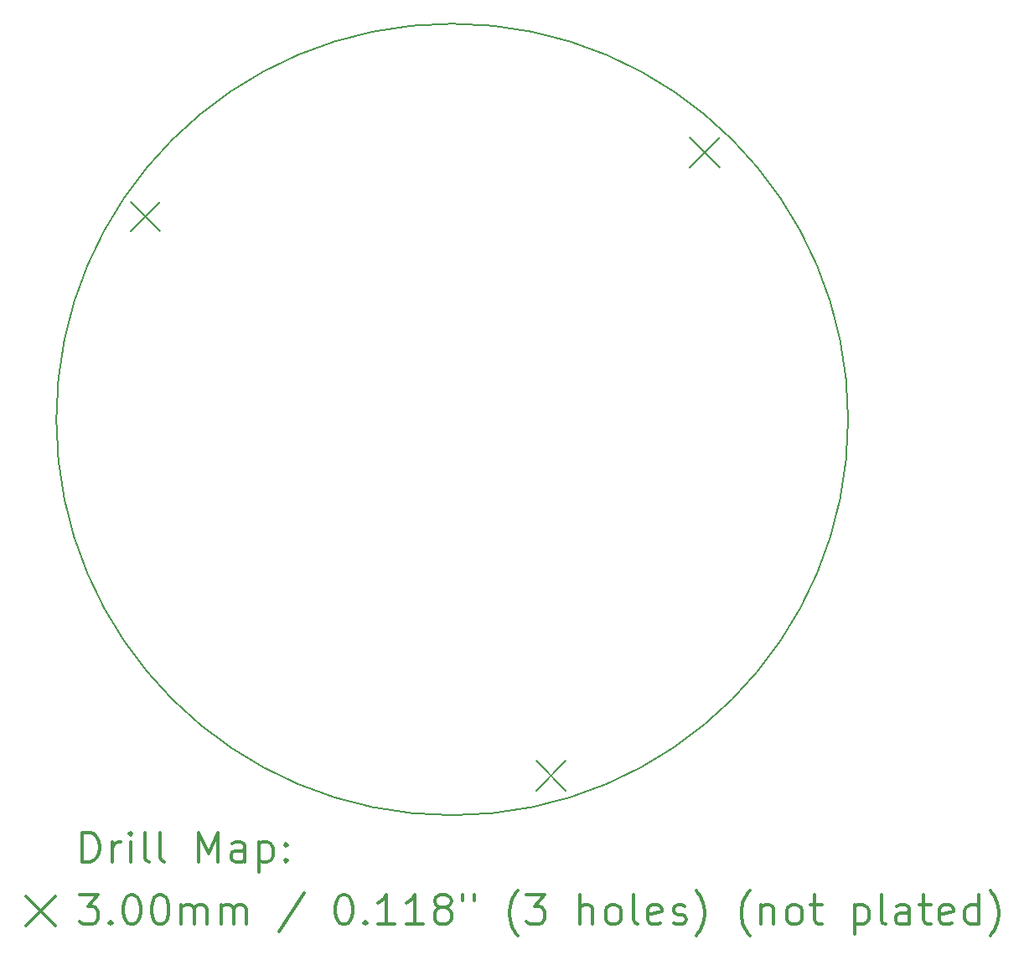
<source format=gbr>
%FSLAX45Y45*%
G04 Gerber Fmt 4.5, Leading zero omitted, Abs format (unit mm)*
G04 Created by KiCad (PCBNEW 4.0.7) date 06/12/18 23:46:07*
%MOMM*%
%LPD*%
G01*
G04 APERTURE LIST*
%ADD10C,0.127000*%
%ADD11C,0.150000*%
%ADD12C,0.200000*%
%ADD13C,0.300000*%
G04 APERTURE END LIST*
D10*
D11*
X19000000Y-10900000D02*
G75*
G03X19000000Y-10900000I-4000000J0D01*
G01*
D12*
X11750000Y-8700000D02*
X12050000Y-9000000D01*
X12050000Y-8700000D02*
X11750000Y-9000000D01*
X15850000Y-14350000D02*
X16150000Y-14650000D01*
X16150000Y-14350000D02*
X15850000Y-14650000D01*
X17400000Y-8050000D02*
X17700000Y-8350000D01*
X17700000Y-8050000D02*
X17400000Y-8350000D01*
D13*
X11263928Y-15373214D02*
X11263928Y-15073214D01*
X11335357Y-15073214D01*
X11378214Y-15087500D01*
X11406786Y-15116071D01*
X11421071Y-15144643D01*
X11435357Y-15201786D01*
X11435357Y-15244643D01*
X11421071Y-15301786D01*
X11406786Y-15330357D01*
X11378214Y-15358929D01*
X11335357Y-15373214D01*
X11263928Y-15373214D01*
X11563928Y-15373214D02*
X11563928Y-15173214D01*
X11563928Y-15230357D02*
X11578214Y-15201786D01*
X11592500Y-15187500D01*
X11621071Y-15173214D01*
X11649643Y-15173214D01*
X11749643Y-15373214D02*
X11749643Y-15173214D01*
X11749643Y-15073214D02*
X11735357Y-15087500D01*
X11749643Y-15101786D01*
X11763928Y-15087500D01*
X11749643Y-15073214D01*
X11749643Y-15101786D01*
X11935357Y-15373214D02*
X11906786Y-15358929D01*
X11892500Y-15330357D01*
X11892500Y-15073214D01*
X12092500Y-15373214D02*
X12063928Y-15358929D01*
X12049643Y-15330357D01*
X12049643Y-15073214D01*
X12435357Y-15373214D02*
X12435357Y-15073214D01*
X12535357Y-15287500D01*
X12635357Y-15073214D01*
X12635357Y-15373214D01*
X12906786Y-15373214D02*
X12906786Y-15216071D01*
X12892500Y-15187500D01*
X12863928Y-15173214D01*
X12806786Y-15173214D01*
X12778214Y-15187500D01*
X12906786Y-15358929D02*
X12878214Y-15373214D01*
X12806786Y-15373214D01*
X12778214Y-15358929D01*
X12763928Y-15330357D01*
X12763928Y-15301786D01*
X12778214Y-15273214D01*
X12806786Y-15258929D01*
X12878214Y-15258929D01*
X12906786Y-15244643D01*
X13049643Y-15173214D02*
X13049643Y-15473214D01*
X13049643Y-15187500D02*
X13078214Y-15173214D01*
X13135357Y-15173214D01*
X13163928Y-15187500D01*
X13178214Y-15201786D01*
X13192500Y-15230357D01*
X13192500Y-15316071D01*
X13178214Y-15344643D01*
X13163928Y-15358929D01*
X13135357Y-15373214D01*
X13078214Y-15373214D01*
X13049643Y-15358929D01*
X13321071Y-15344643D02*
X13335357Y-15358929D01*
X13321071Y-15373214D01*
X13306786Y-15358929D01*
X13321071Y-15344643D01*
X13321071Y-15373214D01*
X13321071Y-15187500D02*
X13335357Y-15201786D01*
X13321071Y-15216071D01*
X13306786Y-15201786D01*
X13321071Y-15187500D01*
X13321071Y-15216071D01*
X10692500Y-15717500D02*
X10992500Y-16017500D01*
X10992500Y-15717500D02*
X10692500Y-16017500D01*
X11235357Y-15703214D02*
X11421071Y-15703214D01*
X11321071Y-15817500D01*
X11363928Y-15817500D01*
X11392500Y-15831786D01*
X11406786Y-15846071D01*
X11421071Y-15874643D01*
X11421071Y-15946071D01*
X11406786Y-15974643D01*
X11392500Y-15988929D01*
X11363928Y-16003214D01*
X11278214Y-16003214D01*
X11249643Y-15988929D01*
X11235357Y-15974643D01*
X11549643Y-15974643D02*
X11563928Y-15988929D01*
X11549643Y-16003214D01*
X11535357Y-15988929D01*
X11549643Y-15974643D01*
X11549643Y-16003214D01*
X11749643Y-15703214D02*
X11778214Y-15703214D01*
X11806786Y-15717500D01*
X11821071Y-15731786D01*
X11835357Y-15760357D01*
X11849643Y-15817500D01*
X11849643Y-15888929D01*
X11835357Y-15946071D01*
X11821071Y-15974643D01*
X11806786Y-15988929D01*
X11778214Y-16003214D01*
X11749643Y-16003214D01*
X11721071Y-15988929D01*
X11706786Y-15974643D01*
X11692500Y-15946071D01*
X11678214Y-15888929D01*
X11678214Y-15817500D01*
X11692500Y-15760357D01*
X11706786Y-15731786D01*
X11721071Y-15717500D01*
X11749643Y-15703214D01*
X12035357Y-15703214D02*
X12063928Y-15703214D01*
X12092500Y-15717500D01*
X12106786Y-15731786D01*
X12121071Y-15760357D01*
X12135357Y-15817500D01*
X12135357Y-15888929D01*
X12121071Y-15946071D01*
X12106786Y-15974643D01*
X12092500Y-15988929D01*
X12063928Y-16003214D01*
X12035357Y-16003214D01*
X12006786Y-15988929D01*
X11992500Y-15974643D01*
X11978214Y-15946071D01*
X11963928Y-15888929D01*
X11963928Y-15817500D01*
X11978214Y-15760357D01*
X11992500Y-15731786D01*
X12006786Y-15717500D01*
X12035357Y-15703214D01*
X12263928Y-16003214D02*
X12263928Y-15803214D01*
X12263928Y-15831786D02*
X12278214Y-15817500D01*
X12306786Y-15803214D01*
X12349643Y-15803214D01*
X12378214Y-15817500D01*
X12392500Y-15846071D01*
X12392500Y-16003214D01*
X12392500Y-15846071D02*
X12406786Y-15817500D01*
X12435357Y-15803214D01*
X12478214Y-15803214D01*
X12506786Y-15817500D01*
X12521071Y-15846071D01*
X12521071Y-16003214D01*
X12663928Y-16003214D02*
X12663928Y-15803214D01*
X12663928Y-15831786D02*
X12678214Y-15817500D01*
X12706786Y-15803214D01*
X12749643Y-15803214D01*
X12778214Y-15817500D01*
X12792500Y-15846071D01*
X12792500Y-16003214D01*
X12792500Y-15846071D02*
X12806786Y-15817500D01*
X12835357Y-15803214D01*
X12878214Y-15803214D01*
X12906786Y-15817500D01*
X12921071Y-15846071D01*
X12921071Y-16003214D01*
X13506786Y-15688929D02*
X13249643Y-16074643D01*
X13892500Y-15703214D02*
X13921071Y-15703214D01*
X13949643Y-15717500D01*
X13963928Y-15731786D01*
X13978214Y-15760357D01*
X13992500Y-15817500D01*
X13992500Y-15888929D01*
X13978214Y-15946071D01*
X13963928Y-15974643D01*
X13949643Y-15988929D01*
X13921071Y-16003214D01*
X13892500Y-16003214D01*
X13863928Y-15988929D01*
X13849643Y-15974643D01*
X13835357Y-15946071D01*
X13821071Y-15888929D01*
X13821071Y-15817500D01*
X13835357Y-15760357D01*
X13849643Y-15731786D01*
X13863928Y-15717500D01*
X13892500Y-15703214D01*
X14121071Y-15974643D02*
X14135357Y-15988929D01*
X14121071Y-16003214D01*
X14106786Y-15988929D01*
X14121071Y-15974643D01*
X14121071Y-16003214D01*
X14421071Y-16003214D02*
X14249643Y-16003214D01*
X14335357Y-16003214D02*
X14335357Y-15703214D01*
X14306785Y-15746071D01*
X14278214Y-15774643D01*
X14249643Y-15788929D01*
X14706785Y-16003214D02*
X14535357Y-16003214D01*
X14621071Y-16003214D02*
X14621071Y-15703214D01*
X14592500Y-15746071D01*
X14563928Y-15774643D01*
X14535357Y-15788929D01*
X14878214Y-15831786D02*
X14849643Y-15817500D01*
X14835357Y-15803214D01*
X14821071Y-15774643D01*
X14821071Y-15760357D01*
X14835357Y-15731786D01*
X14849643Y-15717500D01*
X14878214Y-15703214D01*
X14935357Y-15703214D01*
X14963928Y-15717500D01*
X14978214Y-15731786D01*
X14992500Y-15760357D01*
X14992500Y-15774643D01*
X14978214Y-15803214D01*
X14963928Y-15817500D01*
X14935357Y-15831786D01*
X14878214Y-15831786D01*
X14849643Y-15846071D01*
X14835357Y-15860357D01*
X14821071Y-15888929D01*
X14821071Y-15946071D01*
X14835357Y-15974643D01*
X14849643Y-15988929D01*
X14878214Y-16003214D01*
X14935357Y-16003214D01*
X14963928Y-15988929D01*
X14978214Y-15974643D01*
X14992500Y-15946071D01*
X14992500Y-15888929D01*
X14978214Y-15860357D01*
X14963928Y-15846071D01*
X14935357Y-15831786D01*
X15106786Y-15703214D02*
X15106786Y-15760357D01*
X15221071Y-15703214D02*
X15221071Y-15760357D01*
X15663928Y-16117500D02*
X15649643Y-16103214D01*
X15621071Y-16060357D01*
X15606785Y-16031786D01*
X15592500Y-15988929D01*
X15578214Y-15917500D01*
X15578214Y-15860357D01*
X15592500Y-15788929D01*
X15606785Y-15746071D01*
X15621071Y-15717500D01*
X15649643Y-15674643D01*
X15663928Y-15660357D01*
X15749643Y-15703214D02*
X15935357Y-15703214D01*
X15835357Y-15817500D01*
X15878214Y-15817500D01*
X15906785Y-15831786D01*
X15921071Y-15846071D01*
X15935357Y-15874643D01*
X15935357Y-15946071D01*
X15921071Y-15974643D01*
X15906785Y-15988929D01*
X15878214Y-16003214D01*
X15792500Y-16003214D01*
X15763928Y-15988929D01*
X15749643Y-15974643D01*
X16292500Y-16003214D02*
X16292500Y-15703214D01*
X16421071Y-16003214D02*
X16421071Y-15846071D01*
X16406785Y-15817500D01*
X16378214Y-15803214D01*
X16335357Y-15803214D01*
X16306785Y-15817500D01*
X16292500Y-15831786D01*
X16606785Y-16003214D02*
X16578214Y-15988929D01*
X16563928Y-15974643D01*
X16549643Y-15946071D01*
X16549643Y-15860357D01*
X16563928Y-15831786D01*
X16578214Y-15817500D01*
X16606785Y-15803214D01*
X16649643Y-15803214D01*
X16678214Y-15817500D01*
X16692500Y-15831786D01*
X16706785Y-15860357D01*
X16706785Y-15946071D01*
X16692500Y-15974643D01*
X16678214Y-15988929D01*
X16649643Y-16003214D01*
X16606785Y-16003214D01*
X16878214Y-16003214D02*
X16849643Y-15988929D01*
X16835357Y-15960357D01*
X16835357Y-15703214D01*
X17106786Y-15988929D02*
X17078214Y-16003214D01*
X17021071Y-16003214D01*
X16992500Y-15988929D01*
X16978214Y-15960357D01*
X16978214Y-15846071D01*
X16992500Y-15817500D01*
X17021071Y-15803214D01*
X17078214Y-15803214D01*
X17106786Y-15817500D01*
X17121071Y-15846071D01*
X17121071Y-15874643D01*
X16978214Y-15903214D01*
X17235357Y-15988929D02*
X17263929Y-16003214D01*
X17321071Y-16003214D01*
X17349643Y-15988929D01*
X17363929Y-15960357D01*
X17363929Y-15946071D01*
X17349643Y-15917500D01*
X17321071Y-15903214D01*
X17278214Y-15903214D01*
X17249643Y-15888929D01*
X17235357Y-15860357D01*
X17235357Y-15846071D01*
X17249643Y-15817500D01*
X17278214Y-15803214D01*
X17321071Y-15803214D01*
X17349643Y-15817500D01*
X17463928Y-16117500D02*
X17478214Y-16103214D01*
X17506786Y-16060357D01*
X17521071Y-16031786D01*
X17535357Y-15988929D01*
X17549643Y-15917500D01*
X17549643Y-15860357D01*
X17535357Y-15788929D01*
X17521071Y-15746071D01*
X17506786Y-15717500D01*
X17478214Y-15674643D01*
X17463928Y-15660357D01*
X18006786Y-16117500D02*
X17992500Y-16103214D01*
X17963928Y-16060357D01*
X17949643Y-16031786D01*
X17935357Y-15988929D01*
X17921071Y-15917500D01*
X17921071Y-15860357D01*
X17935357Y-15788929D01*
X17949643Y-15746071D01*
X17963928Y-15717500D01*
X17992500Y-15674643D01*
X18006786Y-15660357D01*
X18121071Y-15803214D02*
X18121071Y-16003214D01*
X18121071Y-15831786D02*
X18135357Y-15817500D01*
X18163928Y-15803214D01*
X18206786Y-15803214D01*
X18235357Y-15817500D01*
X18249643Y-15846071D01*
X18249643Y-16003214D01*
X18435357Y-16003214D02*
X18406786Y-15988929D01*
X18392500Y-15974643D01*
X18378214Y-15946071D01*
X18378214Y-15860357D01*
X18392500Y-15831786D01*
X18406786Y-15817500D01*
X18435357Y-15803214D01*
X18478214Y-15803214D01*
X18506786Y-15817500D01*
X18521071Y-15831786D01*
X18535357Y-15860357D01*
X18535357Y-15946071D01*
X18521071Y-15974643D01*
X18506786Y-15988929D01*
X18478214Y-16003214D01*
X18435357Y-16003214D01*
X18621071Y-15803214D02*
X18735357Y-15803214D01*
X18663929Y-15703214D02*
X18663929Y-15960357D01*
X18678214Y-15988929D01*
X18706786Y-16003214D01*
X18735357Y-16003214D01*
X19063929Y-15803214D02*
X19063929Y-16103214D01*
X19063929Y-15817500D02*
X19092500Y-15803214D01*
X19149643Y-15803214D01*
X19178214Y-15817500D01*
X19192500Y-15831786D01*
X19206786Y-15860357D01*
X19206786Y-15946071D01*
X19192500Y-15974643D01*
X19178214Y-15988929D01*
X19149643Y-16003214D01*
X19092500Y-16003214D01*
X19063929Y-15988929D01*
X19378214Y-16003214D02*
X19349643Y-15988929D01*
X19335357Y-15960357D01*
X19335357Y-15703214D01*
X19621071Y-16003214D02*
X19621071Y-15846071D01*
X19606786Y-15817500D01*
X19578214Y-15803214D01*
X19521071Y-15803214D01*
X19492500Y-15817500D01*
X19621071Y-15988929D02*
X19592500Y-16003214D01*
X19521071Y-16003214D01*
X19492500Y-15988929D01*
X19478214Y-15960357D01*
X19478214Y-15931786D01*
X19492500Y-15903214D01*
X19521071Y-15888929D01*
X19592500Y-15888929D01*
X19621071Y-15874643D01*
X19721071Y-15803214D02*
X19835357Y-15803214D01*
X19763929Y-15703214D02*
X19763929Y-15960357D01*
X19778214Y-15988929D01*
X19806786Y-16003214D01*
X19835357Y-16003214D01*
X20049643Y-15988929D02*
X20021072Y-16003214D01*
X19963929Y-16003214D01*
X19935357Y-15988929D01*
X19921072Y-15960357D01*
X19921072Y-15846071D01*
X19935357Y-15817500D01*
X19963929Y-15803214D01*
X20021072Y-15803214D01*
X20049643Y-15817500D01*
X20063929Y-15846071D01*
X20063929Y-15874643D01*
X19921072Y-15903214D01*
X20321072Y-16003214D02*
X20321072Y-15703214D01*
X20321072Y-15988929D02*
X20292500Y-16003214D01*
X20235357Y-16003214D01*
X20206786Y-15988929D01*
X20192500Y-15974643D01*
X20178214Y-15946071D01*
X20178214Y-15860357D01*
X20192500Y-15831786D01*
X20206786Y-15817500D01*
X20235357Y-15803214D01*
X20292500Y-15803214D01*
X20321072Y-15817500D01*
X20435357Y-16117500D02*
X20449643Y-16103214D01*
X20478214Y-16060357D01*
X20492500Y-16031786D01*
X20506786Y-15988929D01*
X20521072Y-15917500D01*
X20521072Y-15860357D01*
X20506786Y-15788929D01*
X20492500Y-15746071D01*
X20478214Y-15717500D01*
X20449643Y-15674643D01*
X20435357Y-15660357D01*
M02*

</source>
